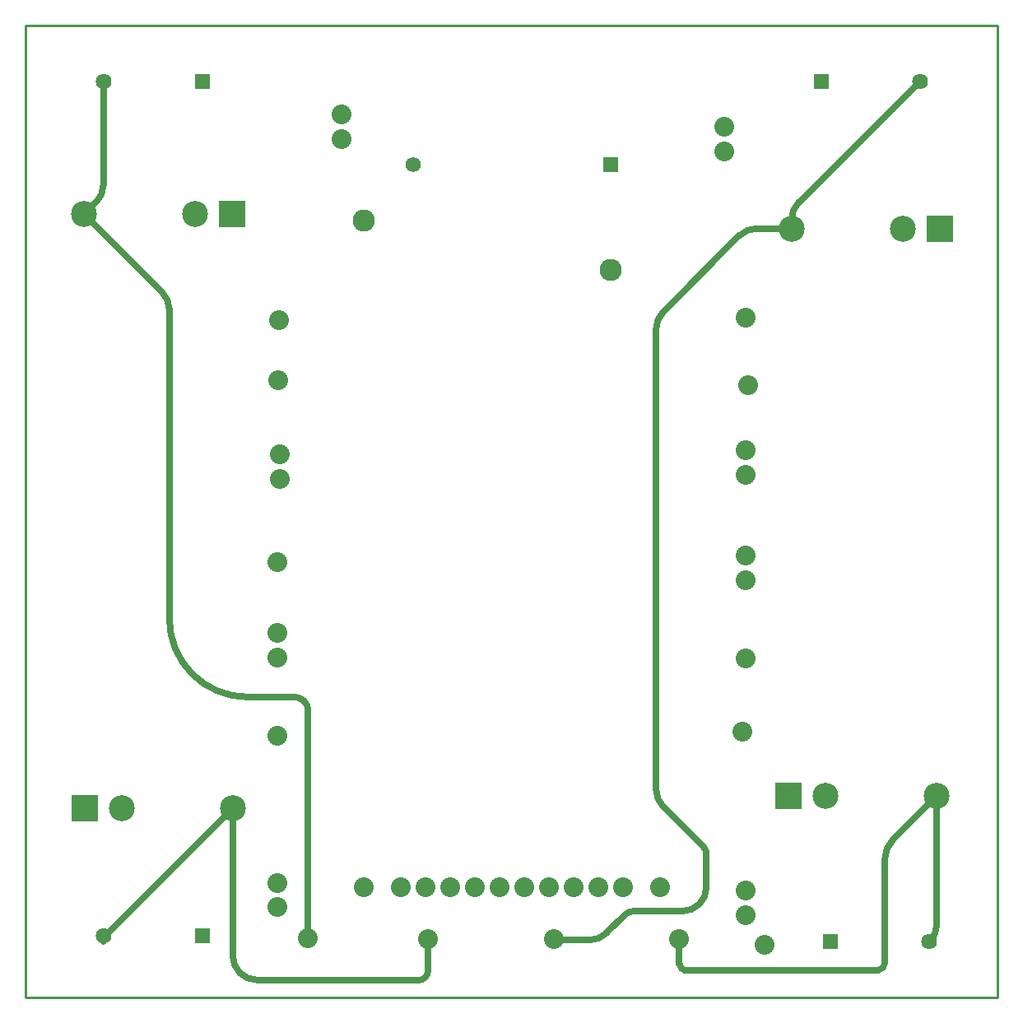
<source format=gbl>
G04*
G04 #@! TF.GenerationSoftware,Altium Limited,Altium Designer,21.5.1 (32)*
G04*
G04 Layer_Physical_Order=4*
G04 Layer_Color=16711680*
%FSLAX25Y25*%
%MOIN*%
G70*
G04*
G04 #@! TF.SameCoordinates,40DED969-F63B-4BA1-A5F3-3E20095EF234*
G04*
G04*
G04 #@! TF.FilePolarity,Positive*
G04*
G01*
G75*
%ADD14C,0.01000*%
%ADD28R,0.06200X0.06200*%
%ADD29C,0.06200*%
%ADD30R,0.06400X0.06400*%
%ADD31C,0.06400*%
%ADD33C,0.02500*%
%ADD35C,0.08000*%
%ADD36C,0.09000*%
%ADD37C,0.10512*%
%ADD38R,0.10512X0.10512*%
D14*
X-0Y0D02*
X393701D01*
X-0D02*
Y393701D01*
X393701Y0D02*
Y393701D01*
X-0D02*
X393701D01*
D28*
X236860Y337402D02*
D03*
D29*
X156860D02*
D03*
D30*
X71543Y371100D02*
D03*
X71595Y25000D02*
D03*
X322158Y371100D02*
D03*
X326095Y22621D02*
D03*
D31*
X31543Y371100D02*
D03*
X31594Y25000D02*
D03*
X362158Y371100D02*
D03*
X366095Y22621D02*
D03*
D33*
X114460Y116052D02*
G03*
X108858Y121653I-5602J0D01*
G01*
X58205Y153381D02*
G03*
X89961Y121653I31756J28D01*
G01*
X58205Y278578D02*
G03*
X55276Y285649I-10000J0D01*
G01*
X265950Y34941D02*
G03*
X275787Y44779I0J9838D01*
G01*
X246258Y34941D02*
G03*
X242618Y33366I0J-4995D01*
G01*
X351256Y63834D02*
G03*
X348031Y56050I7784J-7784D01*
G01*
X345177Y11122D02*
G03*
X348031Y13976I0J2854D01*
G01*
X265059Y13091D02*
G03*
X267028Y11122I1969J0D01*
G01*
X264665Y13484D02*
G03*
X265059Y13091I394J0D01*
G01*
X275787Y57975D02*
G03*
X274606Y60827I-4033J0D01*
G01*
X255315Y84260D02*
G03*
X258244Y77189I10000J0D01*
G01*
X313145Y322087D02*
G03*
X310216Y315016I7071J-7071D01*
G01*
X296170Y311417D02*
G03*
X289099Y308488I0J-10000D01*
G01*
X258244Y277634D02*
G03*
X255315Y270563I7071J-7071D01*
G01*
X228338Y23228D02*
G03*
X235409Y26157I0J10000D01*
G01*
X366185Y22711D02*
G03*
X369114Y29782I-7071J7071D01*
G01*
X32631Y25249D02*
G03*
X31543Y22621I2628J-2628D01*
G01*
X28614Y322137D02*
G03*
X31543Y329208I-7071J7071D01*
G01*
X159153Y6988D02*
G03*
X162992Y10827I0J3839D01*
G01*
X83858Y16988D02*
G03*
X93858Y6988I10000J0D01*
G01*
X114460Y23910D02*
Y116052D01*
X58205Y153400D02*
X58205Y153381D01*
X58205Y153400D02*
Y278578D01*
X23701Y317224D02*
X28614Y322137D01*
X23701Y317224D02*
X55276Y285649D01*
X89961Y121653D02*
X108858D01*
X246258Y34941D02*
X265950D01*
X351256Y63834D02*
X369114Y81693D01*
X267028Y11122D02*
X345177D01*
X348031Y13976D02*
Y56050D01*
X264665Y13484D02*
Y22933D01*
X275787Y44779D02*
Y57975D01*
X258244Y77189D02*
X274606Y60827D01*
X255315Y90945D02*
X255315Y270563D01*
X255315Y84260D02*
Y90945D01*
X313145Y322087D02*
X362158Y371100D01*
X310216Y311417D02*
Y315016D01*
X296170Y311417D02*
X310216D01*
X258244Y277634D02*
X289099Y308488D01*
X235409Y26157D02*
X242618Y33366D01*
X214075Y23228D02*
X228338D01*
X366095Y22621D02*
X366185Y22711D01*
X369114Y29782D02*
Y81693D01*
X83858Y16988D02*
Y76476D01*
X32631Y25249D02*
X83858Y76476D01*
X31543Y329208D02*
Y371100D01*
X242618Y33366D02*
X242839Y33587D01*
X93858Y6988D02*
X159153D01*
X162992Y10827D02*
Y23130D01*
D35*
X162885Y23516D02*
D03*
X114460Y23910D02*
D03*
X299204Y21154D02*
D03*
X291527Y275189D02*
D03*
X292618Y247933D02*
D03*
X101862Y36606D02*
D03*
X282964Y352650D02*
D03*
X101960Y137689D02*
D03*
X291527Y211607D02*
D03*
X102059Y176173D02*
D03*
X101960Y106095D02*
D03*
X127916Y347564D02*
D03*
X101862Y46449D02*
D03*
X103043Y209835D02*
D03*
X101960Y147630D02*
D03*
X291626Y137197D02*
D03*
X290149Y107571D02*
D03*
X291527Y178929D02*
D03*
X291626Y168988D02*
D03*
X291626Y43299D02*
D03*
Y33358D02*
D03*
X102649Y274402D02*
D03*
X102452Y249894D02*
D03*
X282964Y342709D02*
D03*
X127945Y357571D02*
D03*
X291527Y221646D02*
D03*
X102963Y219970D02*
D03*
X213968Y23614D02*
D03*
X264657Y23516D02*
D03*
X256882Y44705D02*
D03*
X241882D02*
D03*
X231882D02*
D03*
X221882D02*
D03*
X211882D02*
D03*
X201882D02*
D03*
X191882D02*
D03*
X181882D02*
D03*
X171882D02*
D03*
X161882D02*
D03*
X136882D02*
D03*
X151882D02*
D03*
D36*
X236882Y294705D02*
D03*
X136882Y314705D02*
D03*
D37*
X23701Y317224D02*
D03*
X68701D02*
D03*
X38858Y76476D02*
D03*
X83858D02*
D03*
X355217Y311417D02*
D03*
X310216D02*
D03*
X324114Y81693D02*
D03*
X369114D02*
D03*
D38*
X83701Y317224D02*
D03*
X23858Y76476D02*
D03*
X370216Y311417D02*
D03*
X309114Y81693D02*
D03*
M02*

</source>
